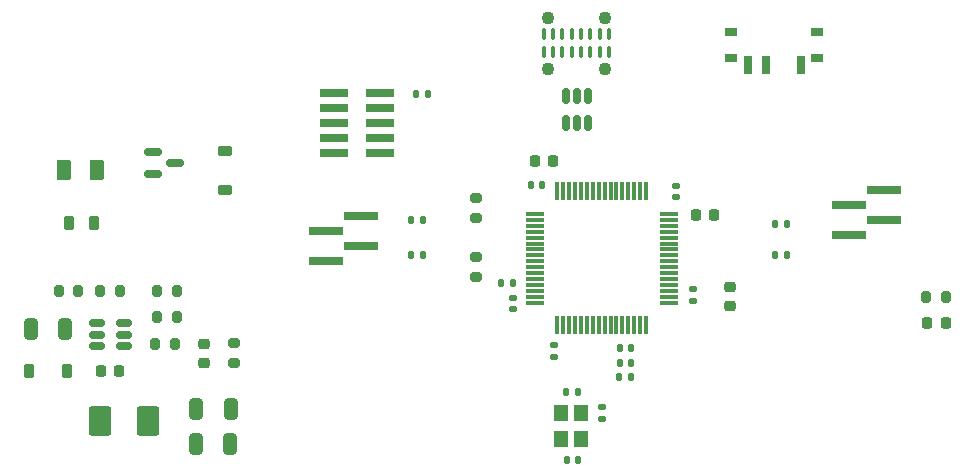
<source format=gbr>
%TF.GenerationSoftware,KiCad,Pcbnew,9.0.1*%
%TF.CreationDate,2025-04-29T02:16:07+02:00*%
%TF.ProjectId,phil-lab-11,7068696c-2d6c-4616-922d-31312e6b6963,rev?*%
%TF.SameCoordinates,Original*%
%TF.FileFunction,Paste,Top*%
%TF.FilePolarity,Positive*%
%FSLAX46Y46*%
G04 Gerber Fmt 4.6, Leading zero omitted, Abs format (unit mm)*
G04 Created by KiCad (PCBNEW 9.0.1) date 2025-04-29 02:16:07*
%MOMM*%
%LPD*%
G01*
G04 APERTURE LIST*
G04 Aperture macros list*
%AMRoundRect*
0 Rectangle with rounded corners*
0 $1 Rounding radius*
0 $2 $3 $4 $5 $6 $7 $8 $9 X,Y pos of 4 corners*
0 Add a 4 corners polygon primitive as box body*
4,1,4,$2,$3,$4,$5,$6,$7,$8,$9,$2,$3,0*
0 Add four circle primitives for the rounded corners*
1,1,$1+$1,$2,$3*
1,1,$1+$1,$4,$5*
1,1,$1+$1,$6,$7*
1,1,$1+$1,$8,$9*
0 Add four rect primitives between the rounded corners*
20,1,$1+$1,$2,$3,$4,$5,0*
20,1,$1+$1,$4,$5,$6,$7,0*
20,1,$1+$1,$6,$7,$8,$9,0*
20,1,$1+$1,$8,$9,$2,$3,0*%
G04 Aperture macros list end*
%ADD10C,1.100000*%
%ADD11RoundRect,0.075000X-0.075000X-0.425000X0.075000X-0.425000X0.075000X0.425000X-0.075000X0.425000X0*%
%ADD12R,3.000000X0.650000*%
%ADD13R,2.400000X0.740000*%
%ADD14RoundRect,0.200000X-0.200000X-0.275000X0.200000X-0.275000X0.200000X0.275000X-0.200000X0.275000X0*%
%ADD15RoundRect,0.135000X-0.135000X-0.185000X0.135000X-0.185000X0.135000X0.185000X-0.135000X0.185000X0*%
%ADD16RoundRect,0.075000X0.075000X-0.700000X0.075000X0.700000X-0.075000X0.700000X-0.075000X-0.700000X0*%
%ADD17RoundRect,0.075000X0.700000X-0.075000X0.700000X0.075000X-0.700000X0.075000X-0.700000X-0.075000X0*%
%ADD18RoundRect,0.225000X0.225000X0.375000X-0.225000X0.375000X-0.225000X-0.375000X0.225000X-0.375000X0*%
%ADD19RoundRect,0.200000X-0.275000X0.200000X-0.275000X-0.200000X0.275000X-0.200000X0.275000X0.200000X0*%
%ADD20RoundRect,0.140000X0.170000X-0.140000X0.170000X0.140000X-0.170000X0.140000X-0.170000X-0.140000X0*%
%ADD21RoundRect,0.225000X0.225000X0.250000X-0.225000X0.250000X-0.225000X-0.250000X0.225000X-0.250000X0*%
%ADD22RoundRect,0.250000X-0.325000X-0.650000X0.325000X-0.650000X0.325000X0.650000X-0.325000X0.650000X0*%
%ADD23RoundRect,0.140000X-0.170000X0.140000X-0.170000X-0.140000X0.170000X-0.140000X0.170000X0.140000X0*%
%ADD24RoundRect,0.218750X-0.218750X-0.381250X0.218750X-0.381250X0.218750X0.381250X-0.218750X0.381250X0*%
%ADD25R,1.000000X0.800000*%
%ADD26R,0.700000X1.500000*%
%ADD27RoundRect,0.218750X0.218750X0.256250X-0.218750X0.256250X-0.218750X-0.256250X0.218750X-0.256250X0*%
%ADD28RoundRect,0.140000X0.140000X0.170000X-0.140000X0.170000X-0.140000X-0.170000X0.140000X-0.170000X0*%
%ADD29RoundRect,0.150000X0.512500X0.150000X-0.512500X0.150000X-0.512500X-0.150000X0.512500X-0.150000X0*%
%ADD30RoundRect,0.150000X-0.150000X0.512500X-0.150000X-0.512500X0.150000X-0.512500X0.150000X0.512500X0*%
%ADD31RoundRect,0.225000X-0.250000X0.225000X-0.250000X-0.225000X0.250000X-0.225000X0.250000X0.225000X0*%
%ADD32RoundRect,0.200000X0.275000X-0.200000X0.275000X0.200000X-0.275000X0.200000X-0.275000X-0.200000X0*%
%ADD33RoundRect,0.225000X-0.225000X-0.250000X0.225000X-0.250000X0.225000X0.250000X-0.225000X0.250000X0*%
%ADD34RoundRect,0.225000X0.375000X-0.225000X0.375000X0.225000X-0.375000X0.225000X-0.375000X-0.225000X0*%
%ADD35R,1.200000X1.400000*%
%ADD36RoundRect,0.218750X-0.256250X0.218750X-0.256250X-0.218750X0.256250X-0.218750X0.256250X0.218750X0*%
%ADD37RoundRect,0.200000X0.200000X0.275000X-0.200000X0.275000X-0.200000X-0.275000X0.200000X-0.275000X0*%
%ADD38RoundRect,0.250000X0.375000X0.625000X-0.375000X0.625000X-0.375000X-0.625000X0.375000X-0.625000X0*%
%ADD39RoundRect,0.147500X-0.147500X-0.172500X0.147500X-0.172500X0.147500X0.172500X-0.147500X0.172500X0*%
%ADD40RoundRect,0.135000X0.135000X0.185000X-0.135000X0.185000X-0.135000X-0.185000X0.135000X-0.185000X0*%
%ADD41RoundRect,0.140000X-0.140000X-0.170000X0.140000X-0.170000X0.140000X0.170000X-0.140000X0.170000X0*%
%ADD42RoundRect,0.250000X-0.700000X-1.000000X0.700000X-1.000000X0.700000X1.000000X-0.700000X1.000000X0*%
%ADD43RoundRect,0.150000X-0.587500X-0.150000X0.587500X-0.150000X0.587500X0.150000X-0.587500X0.150000X0*%
%ADD44RoundRect,0.250000X0.325000X0.650000X-0.325000X0.650000X-0.325000X-0.650000X0.325000X-0.650000X0*%
%ADD45RoundRect,0.135000X-0.185000X0.135000X-0.185000X-0.135000X0.185000X-0.135000X0.185000X0.135000X0*%
G04 APERTURE END LIST*
D10*
%TO.C,P1*%
X74650000Y-24700000D03*
X74650000Y-20400000D03*
X69850000Y-24700000D03*
X69850000Y-20400000D03*
D11*
X69470000Y-23310000D03*
X70260000Y-23310000D03*
X71050000Y-23310000D03*
X71840000Y-23310000D03*
X72630000Y-23310000D03*
X73420000Y-23310000D03*
X74210000Y-23310000D03*
X75000000Y-23310000D03*
X75000000Y-21790000D03*
X74210000Y-21790000D03*
X73420000Y-21790000D03*
X72630000Y-21790000D03*
X71840000Y-21790000D03*
X71050000Y-21790000D03*
X70260000Y-21790000D03*
X69470000Y-21790000D03*
%TD*%
D12*
%TO.C,J4*%
X98300000Y-34960000D03*
X95300000Y-36230000D03*
X98300000Y-37500000D03*
X95300000Y-38770000D03*
%TD*%
%TO.C,J3*%
X51000000Y-40940000D03*
X54000000Y-39670000D03*
X51000000Y-38400000D03*
X54000000Y-37130000D03*
%TD*%
D13*
%TO.C,J2*%
X51750000Y-26750000D03*
X55650000Y-26750000D03*
X51750000Y-28020000D03*
X55650000Y-28020000D03*
X51750000Y-29290000D03*
X55650000Y-29290000D03*
X51750000Y-30560000D03*
X55650000Y-30560000D03*
X51750000Y-31830000D03*
X55650000Y-31830000D03*
%TD*%
D14*
%TO.C,R3*%
X31925000Y-43500000D03*
X33575000Y-43500000D03*
%TD*%
D15*
%TO.C,R10*%
X58240000Y-40500000D03*
X59260000Y-40500000D03*
%TD*%
D16*
%TO.C,U3*%
X70630000Y-46425000D03*
X71130000Y-46425000D03*
X71630000Y-46425000D03*
X72130000Y-46425000D03*
X72630000Y-46425000D03*
X73130000Y-46425000D03*
X73630000Y-46425000D03*
X74130000Y-46425000D03*
X74630000Y-46425000D03*
X75130000Y-46425000D03*
X75630000Y-46425000D03*
X76130000Y-46425000D03*
X76630000Y-46425000D03*
X77130000Y-46425000D03*
X77630000Y-46425000D03*
X78130000Y-46425000D03*
D17*
X80055000Y-44500000D03*
X80055000Y-44000000D03*
X80055000Y-43500000D03*
X80055000Y-43000000D03*
X80055000Y-42500000D03*
X80055000Y-42000000D03*
X80055000Y-41500000D03*
X80055000Y-41000000D03*
X80055000Y-40500000D03*
X80055000Y-40000000D03*
X80055000Y-39500000D03*
X80055000Y-39000000D03*
X80055000Y-38500000D03*
X80055000Y-38000000D03*
X80055000Y-37500000D03*
X80055000Y-37000000D03*
D16*
X78130000Y-35075000D03*
X77630000Y-35075000D03*
X77130000Y-35075000D03*
X76630000Y-35075000D03*
X76130000Y-35075000D03*
X75630000Y-35075000D03*
X75130000Y-35075000D03*
X74630000Y-35075000D03*
X74130000Y-35075000D03*
X73630000Y-35075000D03*
X73130000Y-35075000D03*
X72630000Y-35075000D03*
X72130000Y-35075000D03*
X71630000Y-35075000D03*
X71130000Y-35075000D03*
X70630000Y-35075000D03*
D17*
X68705000Y-37000000D03*
X68705000Y-37500000D03*
X68705000Y-38000000D03*
X68705000Y-38500000D03*
X68705000Y-39000000D03*
X68705000Y-39500000D03*
X68705000Y-40000000D03*
X68705000Y-40500000D03*
X68705000Y-41000000D03*
X68705000Y-41500000D03*
X68705000Y-42000000D03*
X68705000Y-42500000D03*
X68705000Y-43000000D03*
X68705000Y-43500000D03*
X68705000Y-44000000D03*
X68705000Y-44500000D03*
%TD*%
D18*
%TO.C,D3*%
X29150000Y-50250000D03*
X25850000Y-50250000D03*
%TD*%
D19*
%TO.C,R5*%
X43250000Y-47950000D03*
X43250000Y-49600000D03*
%TD*%
D20*
%TO.C,C8*%
X80630000Y-35555000D03*
X80630000Y-34595000D03*
%TD*%
D21*
%TO.C,C16*%
X70275000Y-32500000D03*
X68725000Y-32500000D03*
%TD*%
%TO.C,C1*%
X33550000Y-50250000D03*
X32000000Y-50250000D03*
%TD*%
D22*
%TO.C,C2*%
X40050000Y-53500000D03*
X43000000Y-53500000D03*
%TD*%
D23*
%TO.C,C6*%
X70380000Y-48115000D03*
X70380000Y-49075000D03*
%TD*%
D15*
%TO.C,R9*%
X58250000Y-37500000D03*
X59270000Y-37500000D03*
%TD*%
D14*
%TO.C,R4*%
X36750000Y-45750000D03*
X38400000Y-45750000D03*
%TD*%
D24*
%TO.C,FB1*%
X29250000Y-37750000D03*
X31375000Y-37750000D03*
%TD*%
D25*
%TO.C,SW1*%
X92650000Y-23755000D03*
X92650000Y-21545000D03*
X85350000Y-23755000D03*
X85350000Y-21545000D03*
D26*
X91250000Y-24405000D03*
X88250000Y-24405000D03*
X86750000Y-24405000D03*
%TD*%
D27*
%TO.C,D4*%
X103500000Y-46250000D03*
X101925000Y-46250000D03*
%TD*%
D28*
%TO.C,C12*%
X76880000Y-48325000D03*
X75920000Y-48325000D03*
%TD*%
D20*
%TO.C,C10*%
X66880000Y-45035000D03*
X66880000Y-44075000D03*
%TD*%
D22*
%TO.C,C3*%
X40000000Y-56475000D03*
X42950000Y-56475000D03*
%TD*%
D29*
%TO.C,U1*%
X33912500Y-48150000D03*
X33912500Y-47200000D03*
X33912500Y-46250000D03*
X31637500Y-46250000D03*
X31637500Y-47200000D03*
X31637500Y-48150000D03*
%TD*%
D30*
%TO.C,U2*%
X73250000Y-27025000D03*
X72300000Y-27025000D03*
X71350000Y-27025000D03*
X71350000Y-29300000D03*
X72300000Y-29300000D03*
X73250000Y-29300000D03*
%TD*%
D31*
%TO.C,C5*%
X85250000Y-43200000D03*
X85250000Y-44750000D03*
%TD*%
D32*
%TO.C,R16*%
X63750000Y-42325000D03*
X63750000Y-40675000D03*
%TD*%
D28*
%TO.C,C14*%
X72380000Y-57825000D03*
X71420000Y-57825000D03*
%TD*%
D33*
%TO.C,C15*%
X82355000Y-37075000D03*
X83905000Y-37075000D03*
%TD*%
D34*
%TO.C,D1*%
X42500000Y-35000000D03*
X42500000Y-31700000D03*
%TD*%
D35*
%TO.C,Y1*%
X72630000Y-56025000D03*
X72630000Y-53825000D03*
X70930000Y-53825000D03*
X70930000Y-56025000D03*
%TD*%
D36*
%TO.C,D2*%
X40750000Y-48000000D03*
X40750000Y-49575000D03*
%TD*%
D37*
%TO.C,R6*%
X38400000Y-43550000D03*
X36750000Y-43550000D03*
%TD*%
D38*
%TO.C,F1*%
X31650000Y-33250000D03*
X28850000Y-33250000D03*
%TD*%
D39*
%TO.C,L2*%
X75880000Y-50825000D03*
X76850000Y-50825000D03*
%TD*%
D40*
%TO.C,R7*%
X66890000Y-42825000D03*
X65870000Y-42825000D03*
%TD*%
D19*
%TO.C,R15*%
X63750000Y-35675000D03*
X63750000Y-37325000D03*
%TD*%
D28*
%TO.C,C11*%
X76880000Y-49575000D03*
X75920000Y-49575000D03*
%TD*%
D37*
%TO.C,R14*%
X103500000Y-44000000D03*
X101850000Y-44000000D03*
%TD*%
D15*
%TO.C,R8*%
X58630000Y-26800000D03*
X59650000Y-26800000D03*
%TD*%
D14*
%TO.C,R1*%
X28425000Y-43500000D03*
X30075000Y-43500000D03*
%TD*%
D37*
%TO.C,R2*%
X38250000Y-48000000D03*
X36600000Y-48000000D03*
%TD*%
D40*
%TO.C,R12*%
X90050000Y-40500000D03*
X89030000Y-40500000D03*
%TD*%
D41*
%TO.C,C13*%
X71380000Y-52075000D03*
X72340000Y-52075000D03*
%TD*%
D40*
%TO.C,R13*%
X90070000Y-37825000D03*
X89050000Y-37825000D03*
%TD*%
D42*
%TO.C,L1*%
X31900000Y-54500000D03*
X36000000Y-54500000D03*
%TD*%
D28*
%TO.C,C9*%
X69340000Y-34575000D03*
X68380000Y-34575000D03*
%TD*%
D43*
%TO.C,Q1*%
X36375000Y-31750000D03*
X36375000Y-33650000D03*
X38250000Y-32700000D03*
%TD*%
D44*
%TO.C,C4*%
X28975000Y-46750000D03*
X26025000Y-46750000D03*
%TD*%
D45*
%TO.C,R11*%
X74380000Y-53315000D03*
X74380000Y-54335000D03*
%TD*%
D23*
%TO.C,C7*%
X82130000Y-43365000D03*
X82130000Y-44325000D03*
%TD*%
M02*

</source>
